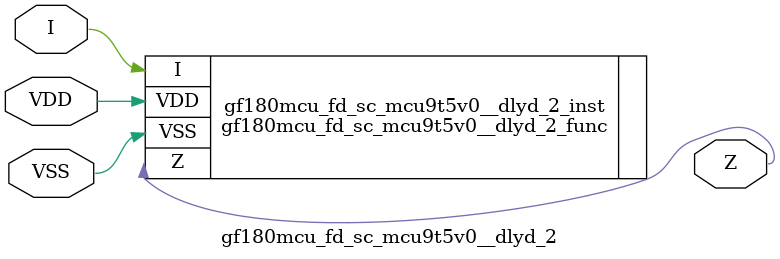
<source format=v>

module gf180mcu_fd_sc_mcu9t5v0__dlyd_2( I, Z, VDD, VSS );
input I;
inout VDD, VSS;
output Z;

   `ifdef FUNCTIONAL  //  functional //

	gf180mcu_fd_sc_mcu9t5v0__dlyd_2_func gf180mcu_fd_sc_mcu9t5v0__dlyd_2_behav_inst(.I(I),.Z(Z),.VDD(VDD),.VSS(VSS));

   `else

	gf180mcu_fd_sc_mcu9t5v0__dlyd_2_func gf180mcu_fd_sc_mcu9t5v0__dlyd_2_inst(.I(I),.Z(Z),.VDD(VDD),.VSS(VSS));

	// spec_gates_begin


	// spec_gates_end



   specify

	// specify_block_begin

	// comb arc I --> Z
	 (I => Z) = (1.0,1.0);

	// specify_block_end

   endspecify

   `endif

endmodule

</source>
